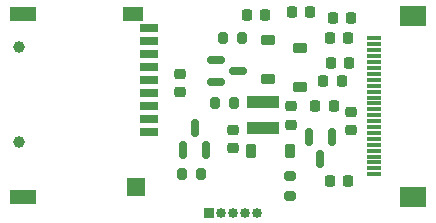
<source format=gbr>
%TF.GenerationSoftware,KiCad,Pcbnew,7.0.6*%
%TF.CreationDate,2024-02-06T14:07:09+09:00*%
%TF.ProjectId,CO2_sensor,434f325f-7365-46e7-936f-722e6b696361,rev?*%
%TF.SameCoordinates,Original*%
%TF.FileFunction,Soldermask,Top*%
%TF.FilePolarity,Negative*%
%FSLAX46Y46*%
G04 Gerber Fmt 4.6, Leading zero omitted, Abs format (unit mm)*
G04 Created by KiCad (PCBNEW 7.0.6) date 2024-02-06 14:07:09*
%MOMM*%
%LPD*%
G01*
G04 APERTURE LIST*
G04 Aperture macros list*
%AMRoundRect*
0 Rectangle with rounded corners*
0 $1 Rounding radius*
0 $2 $3 $4 $5 $6 $7 $8 $9 X,Y pos of 4 corners*
0 Add a 4 corners polygon primitive as box body*
4,1,4,$2,$3,$4,$5,$6,$7,$8,$9,$2,$3,0*
0 Add four circle primitives for the rounded corners*
1,1,$1+$1,$2,$3*
1,1,$1+$1,$4,$5*
1,1,$1+$1,$6,$7*
1,1,$1+$1,$8,$9*
0 Add four rect primitives between the rounded corners*
20,1,$1+$1,$2,$3,$4,$5,0*
20,1,$1+$1,$4,$5,$6,$7,0*
20,1,$1+$1,$6,$7,$8,$9,0*
20,1,$1+$1,$8,$9,$2,$3,0*%
G04 Aperture macros list end*
%ADD10RoundRect,0.200000X0.200000X0.275000X-0.200000X0.275000X-0.200000X-0.275000X0.200000X-0.275000X0*%
%ADD11RoundRect,0.225000X-0.225000X-0.250000X0.225000X-0.250000X0.225000X0.250000X-0.225000X0.250000X0*%
%ADD12RoundRect,0.225000X-0.250000X0.225000X-0.250000X-0.225000X0.250000X-0.225000X0.250000X0.225000X0*%
%ADD13RoundRect,0.225000X0.250000X-0.225000X0.250000X0.225000X-0.250000X0.225000X-0.250000X-0.225000X0*%
%ADD14R,1.300000X0.300000*%
%ADD15R,2.200000X1.800000*%
%ADD16RoundRect,0.225000X0.225000X0.375000X-0.225000X0.375000X-0.225000X-0.375000X0.225000X-0.375000X0*%
%ADD17RoundRect,0.225000X0.225000X0.250000X-0.225000X0.250000X-0.225000X-0.250000X0.225000X-0.250000X0*%
%ADD18RoundRect,0.200000X0.275000X-0.200000X0.275000X0.200000X-0.275000X0.200000X-0.275000X-0.200000X0*%
%ADD19R,0.850000X0.850000*%
%ADD20O,0.850000X0.850000*%
%ADD21RoundRect,0.150000X0.150000X-0.587500X0.150000X0.587500X-0.150000X0.587500X-0.150000X-0.587500X0*%
%ADD22RoundRect,0.200000X-0.200000X-0.275000X0.200000X-0.275000X0.200000X0.275000X-0.200000X0.275000X0*%
%ADD23RoundRect,0.150000X-0.150000X0.587500X-0.150000X-0.587500X0.150000X-0.587500X0.150000X0.587500X0*%
%ADD24RoundRect,0.225000X-0.375000X0.225000X-0.375000X-0.225000X0.375000X-0.225000X0.375000X0.225000X0*%
%ADD25RoundRect,0.150000X-0.587500X-0.150000X0.587500X-0.150000X0.587500X0.150000X-0.587500X0.150000X0*%
%ADD26C,1.000000*%
%ADD27R,1.600000X0.700000*%
%ADD28R,1.800000X1.200000*%
%ADD29R,2.200000X1.200000*%
%ADD30R,1.500000X1.600000*%
%ADD31R,2.700000X1.000000*%
G04 APERTURE END LIST*
D10*
%TO.C,R7*%
X184825000Y-126000000D03*
X183175000Y-126000000D03*
%TD*%
D11*
%TO.C,C4*%
X192475000Y-112250000D03*
X194025000Y-112250000D03*
%TD*%
D12*
%TO.C,C1*%
X187470437Y-122236132D03*
X187470437Y-123786132D03*
%TD*%
D13*
%TO.C,C2*%
X192418000Y-121795382D03*
X192418000Y-120245382D03*
%TD*%
D14*
%TO.C,J2*%
X199450000Y-126000000D03*
X199450000Y-125500000D03*
X199450000Y-125000000D03*
X199450000Y-124500000D03*
X199450000Y-124000000D03*
X199450000Y-123500000D03*
X199450000Y-123000000D03*
X199450000Y-122500000D03*
X199450000Y-122000000D03*
X199450000Y-121500000D03*
X199450000Y-121000000D03*
X199450000Y-120500000D03*
X199450000Y-120000000D03*
X199450000Y-119500000D03*
X199450000Y-119000000D03*
X199450000Y-118500000D03*
X199450000Y-118000000D03*
X199450000Y-117500000D03*
X199450000Y-117000000D03*
X199450000Y-116500000D03*
X199450000Y-116000000D03*
X199450000Y-115500000D03*
X199450000Y-115000000D03*
X199450000Y-114500000D03*
D15*
X202700000Y-127900000D03*
X202700000Y-112600000D03*
%TD*%
D16*
%TO.C,D1*%
X192290086Y-124053780D03*
X188990086Y-124053780D03*
%TD*%
D11*
%TO.C,C10*%
X195974999Y-112789777D03*
X197524999Y-112789777D03*
%TD*%
D17*
%TO.C,C3*%
X190202665Y-112522265D03*
X188652665Y-112522265D03*
%TD*%
D18*
%TO.C,R3*%
X192327987Y-127823208D03*
X192327987Y-126173208D03*
%TD*%
D13*
%TO.C,C15*%
X183000000Y-119025000D03*
X183000000Y-117475000D03*
%TD*%
D19*
%TO.C,J1*%
X185500000Y-129250000D03*
D20*
X186500000Y-129250000D03*
X187500000Y-129250000D03*
X188500000Y-129250000D03*
X189500000Y-129250000D03*
%TD*%
D10*
%TO.C,R4*%
X187587500Y-120000000D03*
X185937500Y-120000000D03*
%TD*%
D11*
%TO.C,C9*%
X195139234Y-118110744D03*
X196689234Y-118110744D03*
%TD*%
%TO.C,C8*%
X194475000Y-120250000D03*
X196025000Y-120250000D03*
%TD*%
D21*
%TO.C,Q4*%
X183300000Y-123937500D03*
X185200000Y-123937500D03*
X184250000Y-122062500D03*
%TD*%
D22*
%TO.C,R1*%
X186612500Y-114500000D03*
X188262500Y-114500000D03*
%TD*%
D23*
%TO.C,Q3*%
X195849501Y-122834588D03*
X193949501Y-122834588D03*
X194899501Y-124709588D03*
%TD*%
D24*
%TO.C,D2*%
X193187500Y-115350000D03*
X193187500Y-118650000D03*
%TD*%
D25*
%TO.C,Q1*%
X186062500Y-116300000D03*
X186062500Y-118200000D03*
X187937500Y-117250000D03*
%TD*%
D24*
%TO.C,D3*%
X190437500Y-114600000D03*
X190437500Y-117900000D03*
%TD*%
D11*
%TO.C,C11*%
X195683764Y-126585530D03*
X197233764Y-126585530D03*
%TD*%
%TO.C,C6*%
X195778724Y-116574577D03*
X197328724Y-116574577D03*
%TD*%
D26*
%TO.C,J3*%
X169350000Y-115250000D03*
X169350000Y-123250000D03*
D27*
X180350000Y-122450000D03*
X180350000Y-121350000D03*
X180350000Y-120250000D03*
X180350000Y-119150000D03*
X180350000Y-118050000D03*
X180350000Y-116950000D03*
X180350000Y-115850000D03*
X180350000Y-114750000D03*
D28*
X179050000Y-112450000D03*
D29*
X169750000Y-112450000D03*
D27*
X180350000Y-113650000D03*
D30*
X179300000Y-127050000D03*
D29*
X169750000Y-127950000D03*
%TD*%
D13*
%TO.C,C16*%
X197500000Y-122275000D03*
X197500000Y-120725000D03*
%TD*%
D11*
%TO.C,C7*%
X195725000Y-114500000D03*
X197275000Y-114500000D03*
%TD*%
D31*
%TO.C,L1*%
X190035350Y-122119676D03*
X190035350Y-119919676D03*
%TD*%
M02*

</source>
